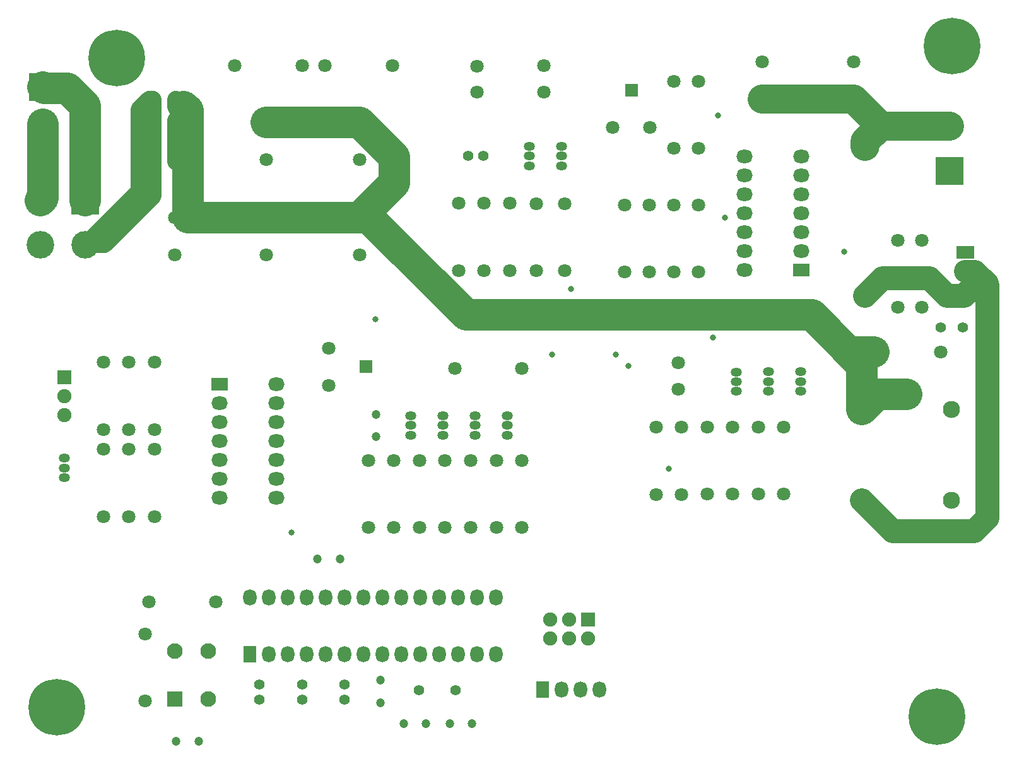
<source format=gbs>
G04*
G04 #@! TF.GenerationSoftware,Altium Limited,Altium Designer,22.0.2 (36)*
G04*
G04 Layer_Color=7674933*
%FSLAX44Y44*%
%MOMM*%
G71*
G04*
G04 #@! TF.SameCoordinates,5839D2CD-8417-4FFE-AC2F-3A0E45452BBB*
G04*
G04*
G04 #@! TF.FilePolarity,Negative*
G04*
G01*
G75*
%ADD19R,1.8000X1.8000*%
%ADD20C,1.8000*%
%ADD21R,1.8000X1.8000*%
%ADD22O,1.8000X2.2000*%
%ADD23R,1.8000X2.2000*%
%ADD24C,1.9000*%
%ADD25R,1.9000X1.9000*%
%ADD26R,1.9000X1.9000*%
%ADD27C,2.1000*%
%ADD28R,2.1000X2.1000*%
%ADD29C,7.6000*%
%ADD30C,1.4000*%
%ADD31R,2.3000X2.3000*%
%ADD32C,2.3000*%
%ADD33C,3.7000*%
%ADD34R,3.7000X3.7000*%
%ADD35C,1.2000*%
%ADD36R,3.7000X3.7000*%
%ADD37R,2.4000X1.8000*%
%ADD38O,2.4000X1.8000*%
%ADD39O,1.5000X1.2000*%
%ADD40C,3.2000*%
%ADD41O,2.2000X1.8000*%
%ADD42R,2.2000X1.8000*%
%ADD43C,0.8000*%
%ADD69C,3.0000*%
%ADD72C,3.0500*%
%ADD73C,3.0600*%
%ADD74C,3.2500*%
%ADD75C,3.2000*%
%ADD76C,2.2500*%
%ADD77C,4.2500*%
%ADD78C,3.9000*%
D19*
X1100000Y1171000D02*
D03*
D20*
X1075000Y1121000D02*
D03*
X1125000D02*
D03*
X694000Y775000D02*
D03*
Y825000D02*
D03*
X936460Y1019240D02*
D03*
Y929240D02*
D03*
X425450Y598890D02*
D03*
Y688890D02*
D03*
Y715730D02*
D03*
Y805730D02*
D03*
X459740Y688890D02*
D03*
Y598890D02*
D03*
X902170Y1019240D02*
D03*
Y929240D02*
D03*
X459740Y805730D02*
D03*
Y715730D02*
D03*
X867880Y1019240D02*
D03*
Y929240D02*
D03*
X391160Y598890D02*
D03*
Y688890D02*
D03*
X1457000Y969750D02*
D03*
Y879750D02*
D03*
X657750Y1204250D02*
D03*
X567750D02*
D03*
X391160Y805730D02*
D03*
Y715730D02*
D03*
X1489500Y969750D02*
D03*
Y879750D02*
D03*
X918500Y584000D02*
D03*
Y674000D02*
D03*
X883760Y584330D02*
D03*
Y674330D02*
D03*
X1156990Y1183260D02*
D03*
Y1093260D02*
D03*
X1132840Y628650D02*
D03*
Y718650D02*
D03*
X863000Y798000D02*
D03*
X953000D02*
D03*
X815180Y584330D02*
D03*
Y674330D02*
D03*
X849470Y584330D02*
D03*
Y674330D02*
D03*
X1190010Y926890D02*
D03*
Y1016890D02*
D03*
X1156990Y926890D02*
D03*
Y1016890D02*
D03*
X1270000Y718820D02*
D03*
Y628820D02*
D03*
X1201420Y718820D02*
D03*
Y628820D02*
D03*
X1304290D02*
D03*
Y718820D02*
D03*
X1090950Y1016890D02*
D03*
Y926890D02*
D03*
X780890Y584330D02*
D03*
Y674330D02*
D03*
X952340Y674330D02*
D03*
Y584330D02*
D03*
X746600Y674330D02*
D03*
Y584330D02*
D03*
X1123970Y926890D02*
D03*
Y1016890D02*
D03*
X1190010Y1093260D02*
D03*
Y1183260D02*
D03*
X1167130Y718650D02*
D03*
Y628650D02*
D03*
X1235710Y718820D02*
D03*
Y628820D02*
D03*
X447040Y351240D02*
D03*
Y441240D02*
D03*
X452500Y484250D02*
D03*
X542500D02*
D03*
X610000Y1077500D02*
D03*
Y1127500D02*
D03*
X487500Y950000D02*
D03*
Y1000000D02*
D03*
X735000Y1077500D02*
D03*
Y1127500D02*
D03*
Y950000D02*
D03*
Y1000000D02*
D03*
X610000Y950000D02*
D03*
Y1000000D02*
D03*
X1398250Y1209000D02*
D03*
Y1159000D02*
D03*
X1275750Y1209000D02*
D03*
Y1159000D02*
D03*
X892500Y1168500D02*
D03*
Y1203500D02*
D03*
X982500Y1168750D02*
D03*
Y1203750D02*
D03*
X1162500Y770000D02*
D03*
Y805000D02*
D03*
X779000Y1204000D02*
D03*
X689000D02*
D03*
X1010000Y929000D02*
D03*
Y1019000D02*
D03*
X972000Y929000D02*
D03*
Y1019000D02*
D03*
X1425000Y820000D02*
D03*
X1515000D02*
D03*
D21*
X744000Y800000D02*
D03*
D22*
X1056640Y367030D02*
D03*
X1031240D02*
D03*
X1005840D02*
D03*
X613410Y414020D02*
D03*
X638810D02*
D03*
X664210D02*
D03*
X689610D02*
D03*
X715010D02*
D03*
X740410D02*
D03*
X765810D02*
D03*
X791210D02*
D03*
X816610D02*
D03*
X842010D02*
D03*
X867410D02*
D03*
X892810D02*
D03*
X918210D02*
D03*
X588010Y490220D02*
D03*
X613410D02*
D03*
X638810D02*
D03*
X664210D02*
D03*
X689610D02*
D03*
X715010D02*
D03*
X740410D02*
D03*
X765810D02*
D03*
X791210D02*
D03*
X816610D02*
D03*
X842010D02*
D03*
X867410D02*
D03*
X892810D02*
D03*
X918210D02*
D03*
D23*
X980440Y367030D02*
D03*
X588010Y414020D02*
D03*
D24*
X990600Y435610D02*
D03*
X1016000D02*
D03*
X1041400D02*
D03*
X990600Y461010D02*
D03*
X1016000D02*
D03*
X339090Y735330D02*
D03*
Y760730D02*
D03*
D25*
X1041400Y461010D02*
D03*
D26*
X339090Y786130D02*
D03*
D27*
X486770Y418580D02*
D03*
X531770D02*
D03*
Y353580D02*
D03*
D28*
X486770D02*
D03*
D29*
X408940Y1214120D02*
D03*
X328930Y342900D02*
D03*
X1510000Y330000D02*
D03*
X1530000Y1230000D02*
D03*
D30*
X487860Y1158840D02*
D03*
X457860D02*
D03*
X487860Y1130900D02*
D03*
X457860D02*
D03*
X487860Y1102960D02*
D03*
X457860D02*
D03*
X487860Y1075020D02*
D03*
X457860D02*
D03*
X1544750Y852750D02*
D03*
X1514750D02*
D03*
X814830Y365590D02*
D03*
X863830D02*
D03*
X880750Y1083250D02*
D03*
X900750D02*
D03*
X657860Y373060D02*
D03*
Y353060D02*
D03*
X600710Y373060D02*
D03*
Y353060D02*
D03*
X715010Y373220D02*
D03*
Y353220D02*
D03*
D31*
X1409500Y742500D02*
D03*
D32*
X1529500D02*
D03*
X1409500Y620500D02*
D03*
X1529500D02*
D03*
X1469500Y762500D02*
D03*
D33*
X306550Y963140D02*
D03*
X366550D02*
D03*
X306550Y1023140D02*
D03*
X310000Y1125000D02*
D03*
X1527000Y1123000D02*
D03*
D34*
X366550Y1023140D02*
D03*
D35*
X756760Y735770D02*
D03*
Y705770D02*
D03*
X762750Y379000D02*
D03*
Y349000D02*
D03*
X708500Y541750D02*
D03*
X678500D02*
D03*
X489190Y297180D02*
D03*
X519190D02*
D03*
X886210Y321140D02*
D03*
X856210D02*
D03*
X794250Y321250D02*
D03*
X824250D02*
D03*
D36*
X310000Y1175000D02*
D03*
X1527000Y1063000D02*
D03*
D37*
X1547750Y953800D02*
D03*
D38*
Y928400D02*
D03*
Y903000D02*
D03*
D39*
X1006310Y1095610D02*
D03*
Y1082610D02*
D03*
Y1069610D02*
D03*
X963130Y1095610D02*
D03*
Y1082610D02*
D03*
Y1069610D02*
D03*
X339000Y677250D02*
D03*
Y664250D02*
D03*
Y651250D02*
D03*
X890110Y734070D02*
D03*
Y721070D02*
D03*
Y708070D02*
D03*
X846930Y734070D02*
D03*
Y721070D02*
D03*
Y708070D02*
D03*
X1326630Y793020D02*
D03*
Y780020D02*
D03*
Y767020D02*
D03*
X933290Y734070D02*
D03*
Y721070D02*
D03*
Y708070D02*
D03*
X1283450Y793020D02*
D03*
Y780020D02*
D03*
Y767020D02*
D03*
X1240270Y792720D02*
D03*
Y779720D02*
D03*
Y766720D02*
D03*
X803750Y734070D02*
D03*
Y721070D02*
D03*
Y708070D02*
D03*
D40*
X1413250Y1095250D02*
D03*
Y895250D02*
D03*
D41*
X1252000Y1082150D02*
D03*
Y1056750D02*
D03*
Y1031350D02*
D03*
Y1005950D02*
D03*
Y980550D02*
D03*
Y955150D02*
D03*
Y929750D02*
D03*
X1328200Y1082150D02*
D03*
Y1056750D02*
D03*
Y1031350D02*
D03*
Y1005950D02*
D03*
Y980550D02*
D03*
Y955150D02*
D03*
X623100Y623800D02*
D03*
Y649200D02*
D03*
Y674600D02*
D03*
Y700000D02*
D03*
Y725400D02*
D03*
Y750800D02*
D03*
Y776200D02*
D03*
X546900Y623800D02*
D03*
Y649200D02*
D03*
Y674600D02*
D03*
Y700000D02*
D03*
Y725400D02*
D03*
Y750800D02*
D03*
D42*
X1328200Y929750D02*
D03*
X546900Y776200D02*
D03*
D43*
X644000Y577500D02*
D03*
X993000Y816250D02*
D03*
X1079000D02*
D03*
X756000Y864000D02*
D03*
X1225000Y1000000D02*
D03*
X1096000Y801000D02*
D03*
X1385000Y954000D02*
D03*
X1216000Y1137000D02*
D03*
X1150000Y663000D02*
D03*
X1209000Y839000D02*
D03*
X1018750Y904500D02*
D03*
D69*
X1546000Y895000D02*
X1553250Y902250D01*
D72*
X1560600Y928400D02*
X1577500Y911500D01*
D73*
X1547750Y928400D02*
X1560600D01*
D74*
X1577500Y909000D02*
X1578000Y908500D01*
Y597250D02*
Y908500D01*
X1499750Y918750D02*
X1523500Y895000D01*
X1436750Y918750D02*
X1499750D01*
X1413250Y895250D02*
X1436750Y918750D01*
X1559750Y579000D02*
X1578000Y597250D01*
X1450750Y579000D02*
X1559750D01*
X1409500Y620250D02*
X1450750Y579000D01*
X1409500Y620250D02*
Y620500D01*
D75*
X1553250Y902250D02*
X1560750D01*
X1523500Y895000D02*
X1546000D01*
D76*
X487860Y1148610D02*
Y1158840D01*
Y1075020D02*
Y1130900D01*
X452340Y1158840D02*
X457860D01*
X439250Y1145750D02*
X452340Y1158840D01*
X439250Y1048250D02*
Y1145750D01*
Y1039000D02*
Y1048250D01*
X442500Y1039233D02*
Y1144500D01*
X378000Y974733D02*
X442500Y1039233D01*
X378000Y966750D02*
Y974733D01*
X375500Y964250D02*
X378000Y966750D01*
X375500Y964250D02*
X392250D01*
X457860Y1029860D01*
Y1158840D01*
D77*
X499000Y1149250D02*
X504500Y1143750D01*
Y1000000D02*
Y1143750D01*
X504500Y1000000D02*
X504500Y1000000D01*
X504500Y1000000D02*
X610000D01*
X735000D02*
X781500Y1046500D01*
Y1081000D01*
X735000Y1127500D02*
X781500Y1081000D01*
X610000Y1127500D02*
X735000D01*
X306550Y1023140D02*
X310000Y1026590D01*
Y1125000D01*
Y1175000D02*
X311750Y1173250D01*
X343250D01*
X366550Y1149950D01*
Y1023140D02*
Y1149950D01*
X1397500Y820000D02*
X1397500Y820000D01*
X1425000D01*
X1429500Y762500D02*
X1469500D01*
X1409500Y742500D02*
X1429500Y762500D01*
X1409500Y742500D02*
Y802000D01*
X1342250Y869250D02*
X1409500Y802000D01*
X878000Y869250D02*
X1342250D01*
X747250Y1000000D02*
X878000Y869250D01*
X610000Y1000000D02*
X747250D01*
D78*
X1398250Y1159000D02*
X1432250Y1125000D01*
X1275750Y1159000D02*
X1398250D01*
X1413250Y1095250D02*
Y1102000D01*
X1434250Y1123000D01*
X1527000D01*
M02*

</source>
